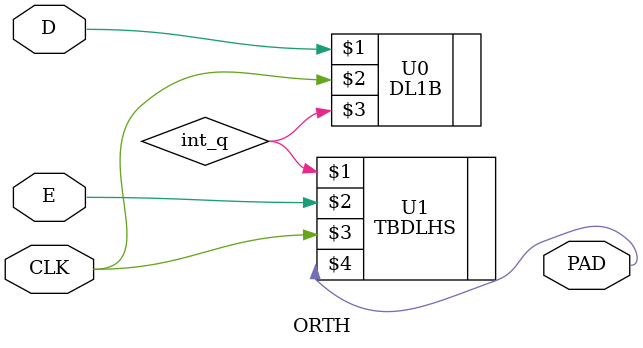
<source format=v>
module ORTH ( D, CLK, E, PAD);

input D, E, CLK;
output PAD;


	DL1B	U0 (D, CLK, int_q);
	TBDLHS	U1 (int_q, E, CLK, PAD);

endmodule

</source>
